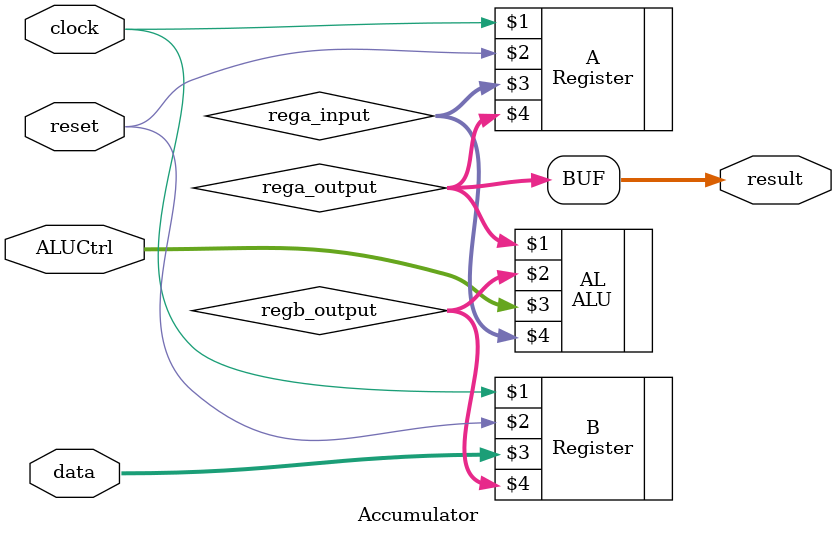
<source format=v>
module Accumulator(clock, reset, data, ALUCtrl, result );
	parameter N = 4;
	
	input  clock, reset;
	input  [N-1:0] data;
	input  [3:0] ALUCtrl;
	output [N-1:0] result;
	wire   [N-1:0] rega_output, regb_output, rega_input;

	Register A(clock, reset, rega_input, rega_output);
	Register B(clock, reset, data, regb_output);
	ALU AL(rega_output, regb_output, ALUCtrl, rega_input);
	
	assign result = rega_output;
	
endmodule

</source>
